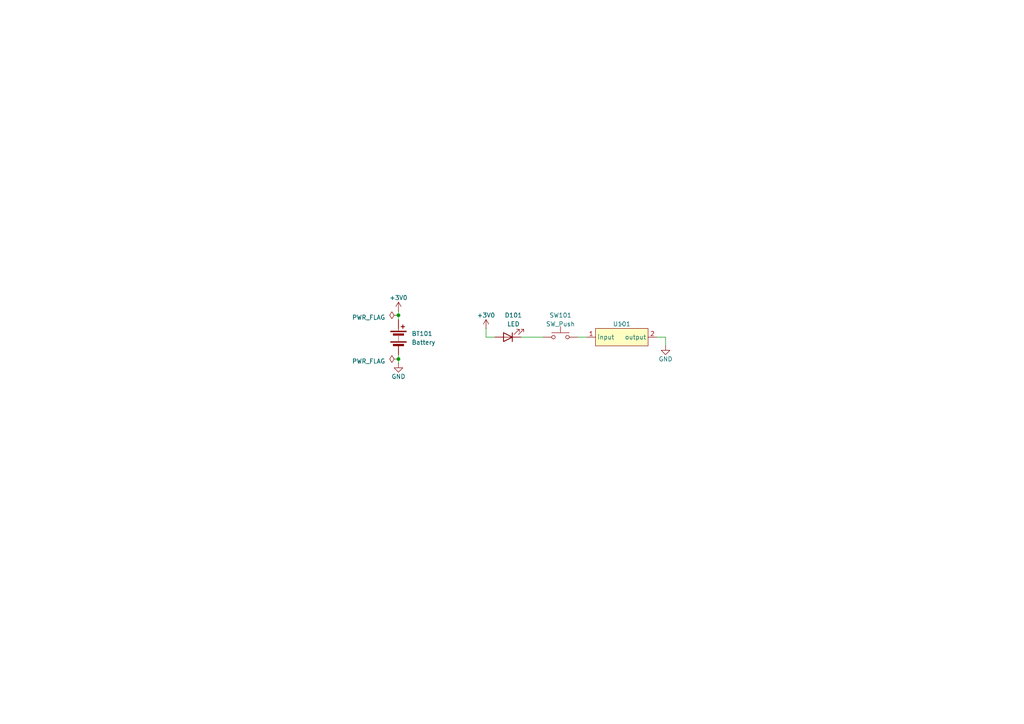
<source format=kicad_sch>
(kicad_sch (version 20250114) (generator "eeschema") (generator_version "9.0")
  (paper "A4")
  (title_block (title "Example KiCad project") (date "2023-03-15") (rev "v1.0") (company "actions-for-kicad") (comment 1 "The example project for the generate KiCad files action."))
  (lib_symbols
    (symbol "Device:Battery" (pin_numbers (hide yes)) (pin_names (offset 0) (hide yes))
      (property "Reference" "BT" (at 2.54 2.54 0))
      (property "Value" "Battery" (at 2.54 0 0))
      (symbol "Battery_0_1"
        (rectangle (start -2.286 1.778) (end 2.286 1.524) (fill (type outline)))
        (rectangle (start -2.286 -1.27) (end 2.286 -1.524) (fill (type outline)))
        (rectangle (start -1.524 1.016) (end 1.524 0.508) (fill (type outline)))
        (rectangle (start -1.524 -2.032) (end 1.524 -2.54) (fill (type outline)))
        (polyline (pts (xy 0 1.778) (xy 0 2.54)))
        (polyline (pts (xy 0 0) (xy 0 0.254)))
        (polyline (pts (xy 0 -0.508) (xy 0 -0.254)))
        (polyline (pts (xy 0 -1.016) (xy 0 -0.762)))
        (polyline (pts (xy 0.762 3.048) (xy 1.778 3.048)) (stroke (width 0.254)))
        (polyline (pts (xy 1.27 3.556) (xy 1.27 2.54)) (stroke (width 0.254)))
      )
      (symbol "Battery_1_1"
        (pin passive line (at 0 5.08 270) (length 2.54) (name "+") (number "1"))
        (pin passive line (at 0 -5.08 90) (length 2.54) (name "-") (number "2"))
      )
    )
    (symbol "Device:LED" (pin_numbers (hide yes)) (pin_names (offset 1.016) (hide yes))
      (property "Reference" "D" (at 0 2.54 0))
      (property "Value" "LED" (at 0 -2.54 0))
      (symbol "LED_0_1"
        (polyline (pts (xy -3.048 -0.762) (xy -4.572 -2.286) (xy -3.81 -2.286) (xy -4.572 -2.286) (xy -4.572 -1.524)))
        (polyline (pts (xy -1.778 -0.762) (xy -3.302 -2.286) (xy -2.54 -2.286) (xy -3.302 -2.286) (xy -3.302 -1.524)))
        (polyline (pts (xy -1.27 0) (xy 1.27 0)))
        (polyline (pts (xy -1.27 -1.27) (xy -1.27 1.27)) (stroke (width 0.254)))
        (polyline (pts (xy 1.27 -1.27) (xy 1.27 1.27) (xy -1.27 0) (xy 1.27 -1.27)) (stroke (width 0.254)))
      )
      (symbol "LED_1_1"
        (pin passive line (at -3.81 0 0) (length 2.54) (name "K") (number "1"))
        (pin passive line (at 3.81 0 180) (length 2.54) (name "A") (number "2"))
      )
    )
    (symbol "Switch:SW_Push" (pin_numbers (hide yes)) (pin_names (offset 1.016) (hide yes))
      (property "Reference" "SW" (at 1.27 2.54 0))
      (property "Value" "SW_Push" (at 0 -1.524 0))
      (symbol "SW_Push_0_1"
        (circle (center -2.032 0) (radius 0.508))
        (polyline (pts (xy 0 1.27) (xy 0 3.048)))
        (circle (center 2.032 0) (radius 0.508))
        (polyline (pts (xy 2.54 1.27) (xy -2.54 1.27)))
        (pin passive line (at -5.08 0 0) (length 2.54) (name "1") (number "1"))
        (pin passive line (at 5.08 0 180) (length 2.54) (name "2") (number "2"))
      )
    )
    (symbol "power:+3V0" (power) (pin_numbers (hide yes)) (pin_names (offset 0) (hide yes))
      (property "Value" "+3V0" (at 0 3.556 0))
      (symbol "+3V0_0_1"
        (polyline (pts (xy -0.762 1.27) (xy 0 2.54)))
        (polyline (pts (xy 0 2.54) (xy 0.762 1.27)))
        (polyline (pts (xy 0 0) (xy 0 2.54)))
      )
      (symbol "+3V0_1_1"
        (pin power_in line (at 0 0 90) (length 0) (name "~") (number "1"))
      )
    )
    (symbol "power:GND" (power) (pin_numbers (hide yes)) (pin_names (offset 0) (hide yes))
      (property "Value" "GND" (at 0 -3.81 0))
      (symbol "GND_0_1"
        (polyline (pts (xy 0 0) (xy 0 -1.27) (xy 1.27 -1.27) (xy 0 -2.54) (xy -1.27 -1.27) (xy 0 -1.27)))
      )
      (symbol "GND_1_1"
        (pin power_in line (at 0 0 270) (length 0) (name "~") (number "1"))
      )
    )
    (symbol "power:PWR_FLAG" (power) (pin_numbers (hide yes)) (pin_names (offset 0) (hide yes))
      (property "Value" "PWR_FLAG" (at 0 3.81 0))
      (symbol "PWR_FLAG_0_0"
        (pin power_out line (at 0 0 90) (length 0) (name "~") (number "1"))
      )
      (symbol "PWR_FLAG_0_1"
        (polyline (pts (xy 0 0) (xy 0 1.27) (xy -1.016 1.905) (xy 0 2.54) (xy 1.016 1.905) (xy 0 1.27)))
      )
    )
    (symbol "test-sym-library:Line"
      (property "Reference" "U" (at 0 3.81 0))
      (symbol "Line_1_1"
        (rectangle (start -7.62 2.54) (end 7.62 -2.54) (fill (type background)))
        (pin passive line (at -10.16 0 0) (length 2.54) (name "input") (number "1"))
        (pin passive line (at 10.16 0 180) (length 2.54) (name "output") (number "2"))
      )
    )
  )
  (junction (at 115.57 91.44))
  (junction (at 115.57 104.14))
  (wire (pts (xy 115.57 91.44) (xy 115.57 92.71)))
  (wire (pts (xy 190.5 97.79) (xy 193.04 97.79)))
  (wire (pts (xy 115.57 104.14) (xy 115.57 102.87)))
  (wire (pts (xy 140.97 97.79) (xy 143.51 97.79)))
  (wire (pts (xy 170.18 97.79) (xy 167.64 97.79)))
  (wire (pts (xy 151.13 97.79) (xy 157.48 97.79)))
  (wire (pts (xy 193.04 97.79) (xy 193.04 100.33)))
  (wire (pts (xy 140.97 95.25) (xy 140.97 97.79)))
  (wire (pts (xy 115.57 105.41) (xy 115.57 104.14)))
  (wire (pts (xy 115.57 90.17) (xy 115.57 91.44)))
  (symbol (lib_id "power:+3V0") (at 115.57 90.17 0) (unit 1)
    (property "Reference" "#PWR0104" (effects (hide yes)))
    (property "Value" "+3V0" (at 115.57 86.36 0))
    (property "Description" "Power symbol creates a global label with name \"+3V0\"" (effects (hide yes)))
  )
  (symbol (lib_id "power:GND") (at 115.57 105.41 0) (unit 1)
    (property "Reference" "#PWR0103" (effects (hide yes)))
    (property "Value" "GND" (at 115.57 109.22 0))
    (property "Description" "Power symbol creates a global label with name \"GND\" , ground" (effects (hide yes)))
  )
  (symbol (lib_id "power:+3V0") (at 140.97 95.25 0) (unit 1)
    (property "Reference" "#PWR0102" (effects (hide yes)))
    (property "Value" "+3V0" (at 140.97 91.44 0))
    (property "Description" "Power symbol creates a global label with name \"+3V0\"" (effects (hide yes)))
  )
  (symbol (lib_id "Switch:SW_Push") (at 162.56 97.79 0) (unit 1)
    (property "Reference" "SW101" (at 162.56 91.44 0))
    (property "Value" "SW_Push" (at 162.56 93.98 0))
    (property "Footprint" "Button_Switch_THT:SW_PUSH_6mm" (effects (hide yes)))
    (property "Description" "Push button switch, generic, two pins" (effects (hide yes)))
  )
  (symbol (lib_id "Device:Battery") (at 115.57 97.79 0) (unit 1)
    (property "Reference" "BT101" (at 119.38 96.774 0) (effects (justify left)))
    (property "Value" "Battery" (at 119.38 99.314 0) (effects (justify left)))
    (property "Footprint" "Battery:BatteryHolder_Bulgin_BX0036_1xC" (effects (hide yes)))
    (property "Description" "Multiple-cell battery" (effects (hide yes)))
    (property "Sim.Device" "V" (effects (hide yes)))
    (property "Sim.Type" "DC" (effects (hide yes)))
    (property "Sim.Pins" "1=+ 2=-" (effects (hide yes)))
  )
  (symbol (lib_id "Device:LED") (at 147.32 97.79 180) (unit 1)
    (property "Reference" "D101" (at 148.9075 91.44 0))
    (property "Value" "LED" (at 148.9075 93.98 0))
    (property "Footprint" "LED_THT:LED_D3.0mm_Horizontal_O1.27mm_Z2.0mm" (effects (hide yes)))
    (property "Description" "Light emitting diode" (effects (hide yes)))
    (property "Sim.Pins" "1=K 2=A" (effects (hide yes)))
  )
  (symbol (lib_id "test-sym-library:Line") (at 180.34 97.79 0) (unit 1)
    (property "Reference" "U101" (at 180.34 93.98 0))
    (property "Value" "~" (at 180.34 93.98 0))
    (property "Footprint" "test-fp-library:Line" (effects (hide yes)))
  )
  (symbol (lib_id "power:PWR_FLAG") (at 115.57 104.14 90) (unit 1)
    (property "Reference" "#FLG0102" (effects (hide yes)))
    (property "Value" "PWR_FLAG" (at 111.76 104.775 90) (effects (justify left)))
    (property "Description" "Special symbol for telling ERC where power comes from" (effects (hide yes)))
  )
  (symbol (lib_id "power:GND") (at 193.04 100.33 0) (unit 1)
    (property "Reference" "#PWR0101" (effects (hide yes)))
    (property "Value" "GND" (at 193.04 104.14 0))
    (property "Description" "Power symbol creates a global label with name \"GND\" , ground" (effects (hide yes)))
  )
  (symbol (lib_id "power:PWR_FLAG") (at 115.57 91.44 90) (unit 1)
    (property "Reference" "#FLG0101" (effects (hide yes)))
    (property "Value" "PWR_FLAG" (at 111.76 92.075 90) (effects (justify left)))
    (property "Description" "Special symbol for telling ERC where power comes from" (effects (hide yes)))
  )
)
</source>
